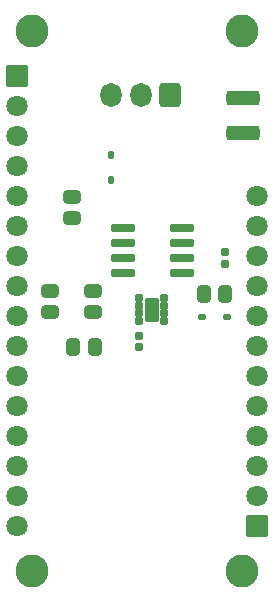
<source format=gbr>
%TF.GenerationSoftware,KiCad,Pcbnew,9.0.1+1*%
%TF.CreationDate,2025-05-19T20:13:15-04:00*%
%TF.ProjectId,lg_hvac_esp32,6c675f68-7661-4635-9f65-737033322e6b,rev?*%
%TF.SameCoordinates,Original*%
%TF.FileFunction,Soldermask,Top*%
%TF.FilePolarity,Negative*%
%FSLAX46Y46*%
G04 Gerber Fmt 4.6, Leading zero omitted, Abs format (unit mm)*
G04 Created by KiCad (PCBNEW 9.0.1+1) date 2025-05-19 20:13:15*
%MOMM*%
%LPD*%
G01*
G04 APERTURE LIST*
G04 Aperture macros list*
%AMRoundRect*
0 Rectangle with rounded corners*
0 $1 Rounding radius*
0 $2 $3 $4 $5 $6 $7 $8 $9 X,Y pos of 4 corners*
0 Add a 4 corners polygon primitive as box body*
4,1,4,$2,$3,$4,$5,$6,$7,$8,$9,$2,$3,0*
0 Add four circle primitives for the rounded corners*
1,1,$1+$1,$2,$3*
1,1,$1+$1,$4,$5*
1,1,$1+$1,$6,$7*
1,1,$1+$1,$8,$9*
0 Add four rect primitives between the rounded corners*
20,1,$1+$1,$2,$3,$4,$5,0*
20,1,$1+$1,$4,$5,$6,$7,0*
20,1,$1+$1,$6,$7,$8,$9,0*
20,1,$1+$1,$8,$9,$2,$3,0*%
G04 Aperture macros list end*
%ADD10RoundRect,0.050000X0.850000X0.850000X-0.850000X0.850000X-0.850000X-0.850000X0.850000X-0.850000X0*%
%ADD11C,1.800000*%
%ADD12RoundRect,0.050000X-0.850000X-0.850000X0.850000X-0.850000X0.850000X0.850000X-0.850000X0.850000X0*%
%ADD13C,2.800000*%
%ADD14RoundRect,0.264706X0.635294X0.760294X-0.635294X0.760294X-0.635294X-0.760294X0.635294X-0.760294X0*%
%ADD15O,1.800000X2.050000*%
%ADD16RoundRect,0.137500X0.137500X-0.212500X0.137500X0.212500X-0.137500X0.212500X-0.137500X-0.212500X0*%
%ADD17RoundRect,0.274390X0.288110X0.475610X-0.288110X0.475610X-0.288110X-0.475610X0.288110X-0.475610X0*%
%ADD18RoundRect,0.274390X-0.475610X0.288110X-0.475610X-0.288110X0.475610X-0.288110X0.475610X0.288110X0*%
%ADD19RoundRect,0.274390X0.475610X-0.288110X0.475610X0.288110X-0.475610X0.288110X-0.475610X-0.288110X0*%
%ADD20RoundRect,0.175000X-0.850000X-0.175000X0.850000X-0.175000X0.850000X0.175000X-0.850000X0.175000X0*%
%ADD21RoundRect,0.137500X-0.212500X-0.137500X0.212500X-0.137500X0.212500X0.137500X-0.212500X0.137500X0*%
%ADD22RoundRect,0.165000X-0.195000X0.165000X-0.195000X-0.165000X0.195000X-0.165000X0.195000X0.165000X0*%
%ADD23RoundRect,0.165000X0.195000X-0.165000X0.195000X0.165000X-0.195000X0.165000X-0.195000X-0.165000X0*%
%ADD24RoundRect,0.274390X-0.288110X-0.475610X0.288110X-0.475610X0.288110X0.475610X-0.288110X0.475610X0*%
%ADD25RoundRect,0.050000X0.550000X0.950000X-0.550000X0.950000X-0.550000X-0.950000X0.550000X-0.950000X0*%
%ADD26RoundRect,0.150000X0.212500X0.150000X-0.212500X0.150000X-0.212500X-0.150000X0.212500X-0.150000X0*%
%ADD27RoundRect,0.271739X-1.128261X0.353261X-1.128261X-0.353261X1.128261X-0.353261X1.128261X0.353261X0*%
G04 APERTURE END LIST*
D10*
%TO.C,J3*%
X113110000Y-69580000D03*
D11*
X113110000Y-67040000D03*
X113110000Y-64500000D03*
X113110000Y-61960000D03*
X113110000Y-59420000D03*
X113110000Y-56880000D03*
X113110000Y-54340000D03*
X113110000Y-51800000D03*
X113110000Y-49260000D03*
X113110000Y-46720000D03*
X113110000Y-44180000D03*
X113110000Y-41640000D03*
%TD*%
D12*
%TO.C,J2*%
X92790000Y-31480000D03*
D11*
X92790000Y-34020000D03*
X92790000Y-36560000D03*
X92790000Y-39100000D03*
X92790000Y-41640000D03*
X92790000Y-44180000D03*
X92790000Y-46720000D03*
X92790000Y-49260000D03*
X92790000Y-51800000D03*
X92790000Y-54340000D03*
X92790000Y-56880000D03*
X92790000Y-59420000D03*
X92790000Y-61960000D03*
X92790000Y-64500000D03*
X92790000Y-67040000D03*
X92790000Y-69580000D03*
%TD*%
D13*
%TO.C,H3*%
X94060000Y-73390000D03*
%TD*%
%TO.C,H1*%
X111840000Y-27670000D03*
%TD*%
%TO.C,H4*%
X111840000Y-73390000D03*
%TD*%
%TO.C,H2*%
X94060000Y-27670000D03*
%TD*%
D14*
%TO.C,J1*%
X105750000Y-33100000D03*
D15*
X103250000Y-33100000D03*
X100750000Y-33100000D03*
%TD*%
D16*
%TO.C,D1*%
X100750000Y-38150000D03*
X100750000Y-40250000D03*
%TD*%
D17*
%TO.C,R3*%
X97537500Y-54450000D03*
X99362500Y-54450000D03*
%TD*%
D18*
%TO.C,R1*%
X95588032Y-51462500D03*
X95588032Y-49637500D03*
%TD*%
D19*
%TO.C,R2*%
X99200000Y-49637500D03*
X99200000Y-51462500D03*
%TD*%
%TO.C,R4*%
X97413500Y-41686500D03*
X97413500Y-43511500D03*
%TD*%
D20*
%TO.C,U2*%
X106725000Y-44345000D03*
X106725000Y-45615000D03*
X106725000Y-46885000D03*
X106725000Y-48155000D03*
X101775000Y-48155000D03*
X101775000Y-46885000D03*
X101775000Y-45615000D03*
X101775000Y-44345000D03*
%TD*%
D21*
%TO.C,D2*%
X110580500Y-51868000D03*
X108480500Y-51868000D03*
%TD*%
D22*
%TO.C,C2*%
X103094000Y-54400000D03*
X103094000Y-53440000D03*
%TD*%
D23*
%TO.C,C5*%
X110400000Y-46384000D03*
X110400000Y-47344000D03*
%TD*%
D24*
%TO.C,R5*%
X110400000Y-49900000D03*
X108575000Y-49900000D03*
%TD*%
D25*
%TO.C,U1*%
X104200000Y-51250000D03*
D26*
X103137500Y-52225000D03*
X103137500Y-51575000D03*
X103137500Y-50925000D03*
X103137500Y-50275000D03*
X105262500Y-50275000D03*
X105262500Y-50925000D03*
X105262500Y-51575000D03*
X105262500Y-52225000D03*
%TD*%
D27*
%TO.C,C1*%
X111874000Y-36279000D03*
X111874000Y-33329000D03*
%TD*%
M02*

</source>
